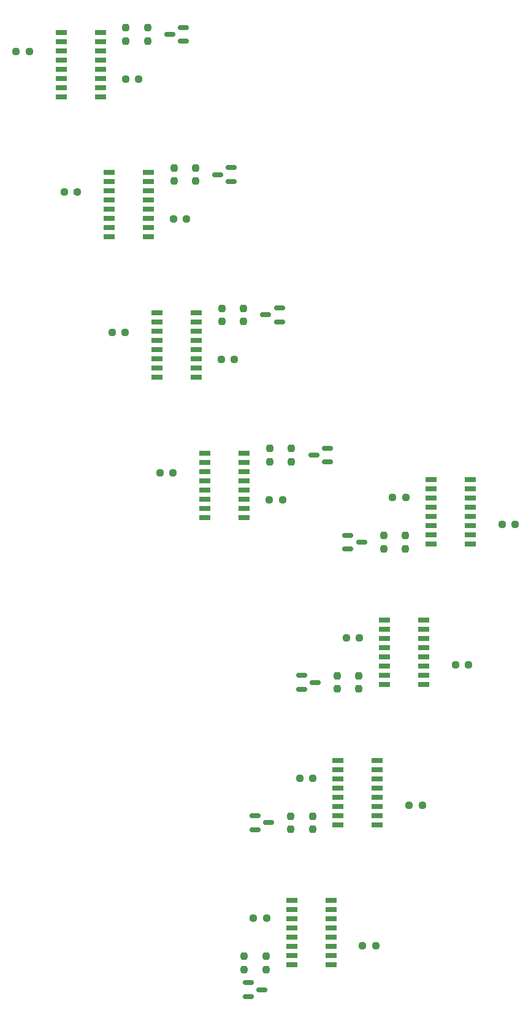
<source format=gbr>
%TF.GenerationSoftware,KiCad,Pcbnew,7.0.8*%
%TF.CreationDate,2023-10-09T09:06:24+01:00*%
%TF.ProjectId,CCC_rig_driver,4343435f-7269-4675-9f64-72697665722e,rev?*%
%TF.SameCoordinates,Original*%
%TF.FileFunction,Paste,Top*%
%TF.FilePolarity,Positive*%
%FSLAX46Y46*%
G04 Gerber Fmt 4.6, Leading zero omitted, Abs format (unit mm)*
G04 Created by KiCad (PCBNEW 7.0.8) date 2023-10-09 09:06:24*
%MOMM*%
%LPD*%
G01*
G04 APERTURE LIST*
G04 Aperture macros list*
%AMRoundRect*
0 Rectangle with rounded corners*
0 $1 Rounding radius*
0 $2 $3 $4 $5 $6 $7 $8 $9 X,Y pos of 4 corners*
0 Add a 4 corners polygon primitive as box body*
4,1,4,$2,$3,$4,$5,$6,$7,$8,$9,$2,$3,0*
0 Add four circle primitives for the rounded corners*
1,1,$1+$1,$2,$3*
1,1,$1+$1,$4,$5*
1,1,$1+$1,$6,$7*
1,1,$1+$1,$8,$9*
0 Add four rect primitives between the rounded corners*
20,1,$1+$1,$2,$3,$4,$5,0*
20,1,$1+$1,$4,$5,$6,$7,0*
20,1,$1+$1,$6,$7,$8,$9,0*
20,1,$1+$1,$8,$9,$2,$3,0*%
G04 Aperture macros list end*
%ADD10R,1.525000X0.650000*%
%ADD11RoundRect,0.150000X0.587500X0.150000X-0.587500X0.150000X-0.587500X-0.150000X0.587500X-0.150000X0*%
%ADD12RoundRect,0.237500X-0.250000X-0.237500X0.250000X-0.237500X0.250000X0.237500X-0.250000X0.237500X0*%
%ADD13RoundRect,0.237500X0.250000X0.237500X-0.250000X0.237500X-0.250000X-0.237500X0.250000X-0.237500X0*%
%ADD14RoundRect,0.237500X-0.237500X0.250000X-0.237500X-0.250000X0.237500X-0.250000X0.237500X0.250000X0*%
%ADD15RoundRect,0.237500X0.237500X-0.250000X0.237500X0.250000X-0.237500X0.250000X-0.237500X-0.250000X0*%
%ADD16RoundRect,0.150000X-0.587500X-0.150000X0.587500X-0.150000X0.587500X0.150000X-0.587500X0.150000X0*%
G04 APERTURE END LIST*
D10*
%TO.C,IC10*%
X68369000Y-106881500D03*
X68369000Y-108151500D03*
X68369000Y-109421500D03*
X68369000Y-110691500D03*
X68369000Y-111961500D03*
X68369000Y-113231500D03*
X68369000Y-114501500D03*
X68369000Y-115771500D03*
X73793000Y-115771500D03*
X73793000Y-114501500D03*
X73793000Y-113231500D03*
X73793000Y-111961500D03*
X73793000Y-110691500D03*
X73793000Y-109421500D03*
X73793000Y-108151500D03*
X73793000Y-106881500D03*
%TD*%
D11*
%TO.C,Q4*%
X47223600Y-46340300D03*
X47223600Y-44440300D03*
X45348600Y-45390300D03*
%TD*%
D12*
%TO.C,R49*%
X71751900Y-132441700D03*
X73576900Y-132441700D03*
%TD*%
D13*
%TO.C,R37*%
X25948600Y-47802800D03*
X24123600Y-47802800D03*
%TD*%
D14*
%TO.C,R20*%
X35667500Y-25112600D03*
X35667500Y-26937600D03*
%TD*%
%TO.C,R22*%
X48904700Y-63843000D03*
X48904700Y-65668000D03*
%TD*%
D10*
%TO.C,IC6*%
X42366700Y-73363000D03*
X42366700Y-72093000D03*
X42366700Y-70823000D03*
X42366700Y-69553000D03*
X42366700Y-68283000D03*
X42366700Y-67013000D03*
X42366700Y-65743000D03*
X42366700Y-64473000D03*
X36942700Y-64473000D03*
X36942700Y-65743000D03*
X36942700Y-67013000D03*
X36942700Y-68283000D03*
X36942700Y-69553000D03*
X36942700Y-70823000D03*
X36942700Y-72093000D03*
X36942700Y-73363000D03*
%TD*%
D15*
%TO.C,R24*%
X48997700Y-155131900D03*
X48997700Y-153306900D03*
%TD*%
D10*
%TO.C,IC9*%
X61952400Y-126246700D03*
X61952400Y-127516700D03*
X61952400Y-128786700D03*
X61952400Y-130056700D03*
X61952400Y-131326700D03*
X61952400Y-132596700D03*
X61952400Y-133866700D03*
X61952400Y-135136700D03*
X67376400Y-135136700D03*
X67376400Y-133866700D03*
X67376400Y-132596700D03*
X67376400Y-131326700D03*
X67376400Y-130056700D03*
X67376400Y-128786700D03*
X67376400Y-127516700D03*
X67376400Y-126246700D03*
%TD*%
D16*
%TO.C,Q8*%
X50476900Y-133904200D03*
X50476900Y-135804200D03*
X52351900Y-134854200D03*
%TD*%
D10*
%TO.C,IC5*%
X35748100Y-53997800D03*
X35748100Y-52727800D03*
X35748100Y-51457800D03*
X35748100Y-50187800D03*
X35748100Y-48917800D03*
X35748100Y-47647800D03*
X35748100Y-46377800D03*
X35748100Y-45107800D03*
X30324100Y-45107800D03*
X30324100Y-46377800D03*
X30324100Y-47647800D03*
X30324100Y-48917800D03*
X30324100Y-50187800D03*
X30324100Y-51457800D03*
X30324100Y-52727800D03*
X30324100Y-53997800D03*
%TD*%
D13*
%TO.C,R38*%
X32567200Y-67168000D03*
X30742200Y-67168000D03*
%TD*%
D15*
%TO.C,R47*%
X71247700Y-97036300D03*
X71247700Y-95211300D03*
%TD*%
D14*
%TO.C,R34*%
X45904700Y-63843000D03*
X45904700Y-65668000D03*
%TD*%
D15*
%TO.C,R45*%
X58414400Y-135766700D03*
X58414400Y-133941700D03*
%TD*%
D13*
%TO.C,R31*%
X54273300Y-90283200D03*
X52448300Y-90283200D03*
%TD*%
D12*
%TO.C,R41*%
X56664400Y-128691700D03*
X58489400Y-128691700D03*
%TD*%
D10*
%TO.C,IC11*%
X74785700Y-87516300D03*
X74785700Y-88786300D03*
X74785700Y-90056300D03*
X74785700Y-91326300D03*
X74785700Y-92596300D03*
X74785700Y-93866300D03*
X74785700Y-95136300D03*
X74785700Y-96406300D03*
X80209700Y-96406300D03*
X80209700Y-95136300D03*
X80209700Y-93866300D03*
X80209700Y-92596300D03*
X80209700Y-91326300D03*
X80209700Y-90056300D03*
X80209700Y-88786300D03*
X80209700Y-87516300D03*
%TD*%
D14*
%TO.C,R23*%
X55523300Y-83208200D03*
X55523300Y-85033200D03*
%TD*%
D10*
%TO.C,IC7*%
X48985300Y-92728200D03*
X48985300Y-91458200D03*
X48985300Y-90188200D03*
X48985300Y-88918200D03*
X48985300Y-87648200D03*
X48985300Y-86378200D03*
X48985300Y-85108200D03*
X48985300Y-83838200D03*
X43561300Y-83838200D03*
X43561300Y-85108200D03*
X43561300Y-86378200D03*
X43561300Y-87648200D03*
X43561300Y-88918200D03*
X43561300Y-90188200D03*
X43561300Y-91458200D03*
X43561300Y-92728200D03*
%TD*%
D11*
%TO.C,Q6*%
X60460800Y-85070700D03*
X60460800Y-83170700D03*
X58585800Y-84120700D03*
%TD*%
D14*
%TO.C,R32*%
X32667500Y-25112600D03*
X32667500Y-26937600D03*
%TD*%
D10*
%TO.C,IC4*%
X29129500Y-34632600D03*
X29129500Y-33362600D03*
X29129500Y-32092600D03*
X29129500Y-30822600D03*
X29129500Y-29552600D03*
X29129500Y-28282600D03*
X29129500Y-27012600D03*
X29129500Y-25742600D03*
X23705500Y-25742600D03*
X23705500Y-27012600D03*
X23705500Y-28282600D03*
X23705500Y-29552600D03*
X23705500Y-30822600D03*
X23705500Y-32092600D03*
X23705500Y-33362600D03*
X23705500Y-34632600D03*
%TD*%
D15*
%TO.C,R46*%
X64831000Y-116401500D03*
X64831000Y-114576500D03*
%TD*%
D14*
%TO.C,R33*%
X39286100Y-44477800D03*
X39286100Y-46302800D03*
%TD*%
D12*
%TO.C,R43*%
X69497700Y-89961300D03*
X71322700Y-89961300D03*
%TD*%
D15*
%TO.C,R27*%
X68247700Y-97036300D03*
X68247700Y-95211300D03*
%TD*%
%TO.C,R44*%
X51997700Y-155131900D03*
X51997700Y-153306900D03*
%TD*%
D11*
%TO.C,Q5*%
X53842200Y-65705500D03*
X53842200Y-63805500D03*
X51967200Y-64755500D03*
%TD*%
D15*
%TO.C,R26*%
X61831000Y-116401500D03*
X61831000Y-114576500D03*
%TD*%
D13*
%TO.C,R28*%
X34417500Y-32187600D03*
X32592500Y-32187600D03*
%TD*%
D12*
%TO.C,R40*%
X50247700Y-148056900D03*
X52072700Y-148056900D03*
%TD*%
D13*
%TO.C,R39*%
X39185800Y-86533200D03*
X37360800Y-86533200D03*
%TD*%
D16*
%TO.C,Q10*%
X63310200Y-95173800D03*
X63310200Y-97073800D03*
X65185200Y-96123800D03*
%TD*%
D14*
%TO.C,R21*%
X42286100Y-44477800D03*
X42286100Y-46302800D03*
%TD*%
D13*
%TO.C,R36*%
X19330000Y-28437600D03*
X17505000Y-28437600D03*
%TD*%
D16*
%TO.C,Q7*%
X49562500Y-156950000D03*
X49562500Y-158850000D03*
X51437500Y-157900000D03*
%TD*%
D10*
%TO.C,IC8*%
X55535700Y-145611900D03*
X55535700Y-146881900D03*
X55535700Y-148151900D03*
X55535700Y-149421900D03*
X55535700Y-150691900D03*
X55535700Y-151961900D03*
X55535700Y-153231900D03*
X55535700Y-154501900D03*
X60959700Y-154501900D03*
X60959700Y-153231900D03*
X60959700Y-151961900D03*
X60959700Y-150691900D03*
X60959700Y-149421900D03*
X60959700Y-148151900D03*
X60959700Y-146881900D03*
X60959700Y-145611900D03*
%TD*%
D16*
%TO.C,Q9*%
X56893500Y-114539000D03*
X56893500Y-116439000D03*
X58768500Y-115489000D03*
%TD*%
D11*
%TO.C,Q3*%
X40605000Y-26975100D03*
X40605000Y-25075100D03*
X38730000Y-26025100D03*
%TD*%
D12*
%TO.C,R50*%
X78168900Y-113076700D03*
X79993900Y-113076700D03*
%TD*%
D15*
%TO.C,R25*%
X55414400Y-135766700D03*
X55414400Y-133941700D03*
%TD*%
D13*
%TO.C,R30*%
X47654700Y-70918000D03*
X45829700Y-70918000D03*
%TD*%
D14*
%TO.C,R35*%
X52523300Y-83208200D03*
X52523300Y-85033200D03*
%TD*%
D12*
%TO.C,R48*%
X65335200Y-151806900D03*
X67160200Y-151806900D03*
%TD*%
D13*
%TO.C,R29*%
X41036100Y-51552800D03*
X39211100Y-51552800D03*
%TD*%
D12*
%TO.C,R51*%
X84585200Y-93711300D03*
X86410200Y-93711300D03*
%TD*%
%TO.C,R42*%
X63081000Y-109326500D03*
X64906000Y-109326500D03*
%TD*%
M02*

</source>
